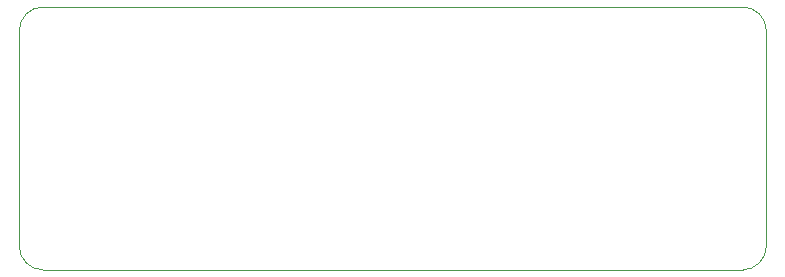
<source format=gbr>
%TF.GenerationSoftware,KiCad,Pcbnew,8.0.6*%
%TF.CreationDate,2024-10-28T10:45:57+07:00*%
%TF.ProjectId,PMOD-Pulser_update,504d4f44-2d50-4756-9c73-65725f757064,rev?*%
%TF.SameCoordinates,PX5e2ce30PY52bb330*%
%TF.FileFunction,Profile,NP*%
%FSLAX46Y46*%
G04 Gerber Fmt 4.6, Leading zero omitted, Abs format (unit mm)*
G04 Created by KiCad (PCBNEW 8.0.6) date 2024-10-28 10:45:57*
%MOMM*%
%LPD*%
G01*
G04 APERTURE LIST*
%TA.AperFunction,Profile*%
%ADD10C,0.100000*%
%TD*%
G04 APERTURE END LIST*
D10*
X61250000Y22250000D02*
G75*
G02*
X63250000Y20250000I0J-2000000D01*
G01*
X2000000Y0D02*
G75*
G02*
X20Y1991119I0J2000000D01*
G01*
X61250000Y0D02*
X2000000Y0D01*
X1Y1991119D02*
X0Y20250000D01*
X2000000Y22250000D02*
X61250000Y22250000D01*
X63250000Y1999998D02*
G75*
G02*
X61250000Y0I-2000000J2D01*
G01*
X0Y20250000D02*
G75*
G02*
X2000000Y22250000I2000000J0D01*
G01*
X63249998Y20250000D02*
X63250000Y1999998D01*
M02*

</source>
